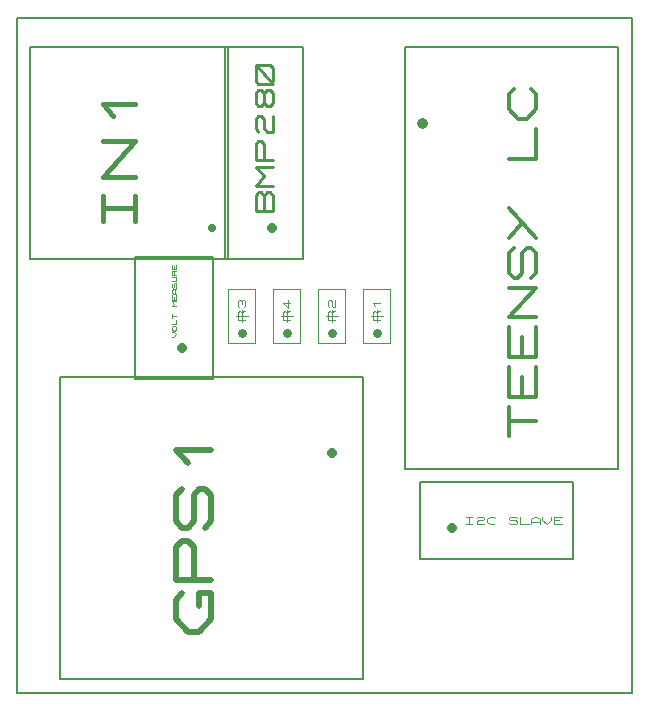
<source format=gbr>
G04 PROTEUS GERBER X2 FILE*
%TF.GenerationSoftware,Labcenter,Proteus,8.13-SP0-Build31525*%
%TF.CreationDate,2022-02-01T17:21:53+00:00*%
%TF.FileFunction,AssemblyDrawing,Top*%
%TF.FilePolarity,Positive*%
%TF.Part,Single*%
%TF.SameCoordinates,{1f8d9942-98d1-49a5-8421-286161f785e5}*%
%FSLAX45Y45*%
%MOMM*%
G01*
%TA.AperFunction,Material*%
%ADD18C,0.203200*%
%ADD25C,0.812800*%
%ADD26C,0.057750*%
%ADD27C,0.050000*%
%ADD28C,0.721360*%
%ADD29C,0.107030*%
%ADD72C,0.914400*%
%ADD73C,0.373140*%
%ADD30C,0.240240*%
%ADD31C,0.104670*%
%ADD32C,0.491060*%
%ADD33C,0.711200*%
%ADD34C,0.463290*%
%TA.AperFunction,Profile*%
%ADD17C,0.203200*%
%TD.AperFunction*%
D18*
X-12710160Y+243840D02*
X-12054840Y+243840D01*
X-12054840Y+1280160D01*
X-12710160Y+1280160D01*
X-12710160Y+243840D01*
D25*
X-12319000Y+508000D02*
X-12319000Y+508000D01*
D26*
X-12399826Y+602532D02*
X-12382500Y+602532D01*
X-12365173Y+622023D01*
X-12382500Y+641515D01*
X-12399826Y+641515D01*
X-12388275Y+654510D02*
X-12399826Y+667504D01*
X-12399826Y+680499D01*
X-12388275Y+693493D01*
X-12376724Y+693493D01*
X-12365173Y+680499D01*
X-12365173Y+667504D01*
X-12376724Y+654510D01*
X-12388275Y+654510D01*
X-12399826Y+706488D02*
X-12365173Y+706488D01*
X-12365173Y+745471D01*
X-12399826Y+758466D02*
X-12399826Y+797449D01*
X-12399826Y+777957D02*
X-12365173Y+777957D01*
X-12365173Y+862422D02*
X-12399826Y+862422D01*
X-12382500Y+881913D01*
X-12399826Y+901405D01*
X-12365173Y+901405D01*
X-12365173Y+953383D02*
X-12365173Y+914400D01*
X-12399826Y+914400D01*
X-12399826Y+953383D01*
X-12382500Y+914400D02*
X-12382500Y+940389D01*
X-12365173Y+966378D02*
X-12388275Y+966378D01*
X-12399826Y+979372D01*
X-12399826Y+992367D01*
X-12388275Y+1005361D01*
X-12365173Y+1005361D01*
X-12376724Y+966378D02*
X-12376724Y+1005361D01*
X-12370949Y+1018356D02*
X-12365173Y+1024853D01*
X-12365173Y+1050842D01*
X-12370949Y+1057339D01*
X-12376724Y+1057339D01*
X-12382500Y+1050842D01*
X-12382500Y+1024853D01*
X-12388275Y+1018356D01*
X-12394050Y+1018356D01*
X-12399826Y+1024853D01*
X-12399826Y+1050842D01*
X-12394050Y+1057339D01*
X-12399826Y+1070334D02*
X-12370949Y+1070334D01*
X-12365173Y+1076831D01*
X-12365173Y+1102820D01*
X-12370949Y+1109317D01*
X-12399826Y+1109317D01*
X-12365173Y+1122312D02*
X-12399826Y+1122312D01*
X-12399826Y+1154798D01*
X-12394050Y+1161295D01*
X-12388275Y+1161295D01*
X-12382500Y+1154798D01*
X-12382500Y+1122312D01*
X-12382500Y+1154798D02*
X-12376724Y+1161295D01*
X-12365173Y+1161295D01*
X-12365173Y+1213273D02*
X-12365173Y+1174290D01*
X-12399826Y+1174290D01*
X-12399826Y+1213273D01*
X-12382500Y+1174290D02*
X-12382500Y+1200279D01*
D27*
X-11315000Y+550000D02*
X-11315000Y+1010000D01*
X-11545000Y+1010000D01*
X-11545000Y+550000D01*
X-11315000Y+550000D01*
X-11480000Y+780000D02*
X-11380000Y+780000D01*
X-11430000Y+830000D02*
X-11430000Y+730000D01*
D28*
X-11430000Y+635000D02*
X-11430000Y+635000D01*
D29*
X-11397889Y+745451D02*
X-11462111Y+745451D01*
X-11462111Y+805659D01*
X-11451407Y+817700D01*
X-11440704Y+817700D01*
X-11430000Y+805659D01*
X-11430000Y+745451D01*
X-11430000Y+805659D02*
X-11419296Y+817700D01*
X-11397889Y+817700D01*
X-11419296Y+914033D02*
X-11419296Y+841784D01*
X-11462111Y+889950D01*
X-11397889Y+889950D01*
D27*
X-10934000Y+550000D02*
X-10934000Y+1010000D01*
X-11164000Y+1010000D01*
X-11164000Y+550000D01*
X-10934000Y+550000D01*
X-11099000Y+780000D02*
X-10999000Y+780000D01*
X-11049000Y+830000D02*
X-11049000Y+730000D01*
D28*
X-11049000Y+635000D02*
X-11049000Y+635000D01*
D29*
X-11016889Y+745451D02*
X-11081111Y+745451D01*
X-11081111Y+805659D01*
X-11070407Y+817700D01*
X-11059704Y+817700D01*
X-11049000Y+805659D01*
X-11049000Y+745451D01*
X-11049000Y+805659D02*
X-11038296Y+817700D01*
X-11016889Y+817700D01*
X-11070407Y+853825D02*
X-11081111Y+865867D01*
X-11081111Y+901992D01*
X-11070407Y+914033D01*
X-11059704Y+914033D01*
X-11049000Y+901992D01*
X-11049000Y+865867D01*
X-11038296Y+853825D01*
X-11016889Y+853825D01*
X-11016889Y+914033D01*
D18*
X-10424160Y-518160D02*
X-8625840Y-518160D01*
X-8625840Y+3058160D01*
X-10424160Y+3058160D01*
X-10424160Y-518160D01*
D72*
X-10287000Y+2413000D02*
X-10287000Y+2413000D01*
D73*
X-9545505Y-241253D02*
X-9545505Y+10622D01*
X-9545505Y-115316D02*
X-9321615Y-115316D01*
X-9321615Y+346456D02*
X-9321615Y+94581D01*
X-9545505Y+94581D01*
X-9545505Y+346456D01*
X-9433560Y+94581D02*
X-9433560Y+262498D01*
X-9321615Y+682290D02*
X-9321615Y+430415D01*
X-9545505Y+430415D01*
X-9545505Y+682290D01*
X-9433560Y+430415D02*
X-9433560Y+598332D01*
X-9321615Y+766249D02*
X-9545505Y+766249D01*
X-9321615Y+1018124D01*
X-9545505Y+1018124D01*
X-9358930Y+1102083D02*
X-9321615Y+1144062D01*
X-9321615Y+1311979D01*
X-9358930Y+1353958D01*
X-9396245Y+1353958D01*
X-9433560Y+1311979D01*
X-9433560Y+1144062D01*
X-9470875Y+1102083D01*
X-9508190Y+1102083D01*
X-9545505Y+1144062D01*
X-9545505Y+1311979D01*
X-9508190Y+1353958D01*
X-9545505Y+1689792D02*
X-9321615Y+1437917D01*
X-9545505Y+1437917D02*
X-9433560Y+1563854D01*
X-9545505Y+2109585D02*
X-9321615Y+2109585D01*
X-9321615Y+2361460D01*
X-9358930Y+2697294D02*
X-9321615Y+2655315D01*
X-9321615Y+2529377D01*
X-9396245Y+2445419D01*
X-9470875Y+2445419D01*
X-9545505Y+2529377D01*
X-9545505Y+2655315D01*
X-9508190Y+2697294D01*
D18*
X-11948160Y+1259840D02*
X-11292840Y+1259840D01*
X-11292840Y+3058160D01*
X-11948160Y+3058160D01*
X-11948160Y+1259840D01*
D25*
X-11557000Y+1524000D02*
X-11557000Y+1524000D01*
D30*
X-11548428Y+1662752D02*
X-11692572Y+1662752D01*
X-11692572Y+1797887D01*
X-11668548Y+1824914D01*
X-11644524Y+1824914D01*
X-11620500Y+1797887D01*
X-11596476Y+1824914D01*
X-11572452Y+1824914D01*
X-11548428Y+1797887D01*
X-11548428Y+1662752D01*
X-11620500Y+1662752D02*
X-11620500Y+1797887D01*
X-11548428Y+1878968D02*
X-11692572Y+1878968D01*
X-11620500Y+1960049D01*
X-11692572Y+2041130D01*
X-11548428Y+2041130D01*
X-11548428Y+2095184D02*
X-11692572Y+2095184D01*
X-11692572Y+2230319D01*
X-11668548Y+2257346D01*
X-11644524Y+2257346D01*
X-11620500Y+2230319D01*
X-11620500Y+2095184D01*
X-11668548Y+2338427D02*
X-11692572Y+2365454D01*
X-11692572Y+2446535D01*
X-11668548Y+2473562D01*
X-11644524Y+2473562D01*
X-11620500Y+2446535D01*
X-11620500Y+2365454D01*
X-11596476Y+2338427D01*
X-11548428Y+2338427D01*
X-11548428Y+2473562D01*
X-11620500Y+2581670D02*
X-11644524Y+2554643D01*
X-11668548Y+2554643D01*
X-11692572Y+2581670D01*
X-11692572Y+2662751D01*
X-11668548Y+2689778D01*
X-11644524Y+2689778D01*
X-11620500Y+2662751D01*
X-11620500Y+2581670D01*
X-11596476Y+2554643D01*
X-11572452Y+2554643D01*
X-11548428Y+2581670D01*
X-11548428Y+2662751D01*
X-11572452Y+2689778D01*
X-11596476Y+2689778D01*
X-11620500Y+2662751D01*
X-11572452Y+2743832D02*
X-11668548Y+2743832D01*
X-11692572Y+2770859D01*
X-11692572Y+2878967D01*
X-11668548Y+2905994D01*
X-11572452Y+2905994D01*
X-11548428Y+2878967D01*
X-11548428Y+2770859D01*
X-11572452Y+2743832D01*
X-11548428Y+2743832D02*
X-11692572Y+2905994D01*
D18*
X-10297160Y-1280160D02*
X-9006840Y-1280160D01*
X-9006840Y-624840D01*
X-10297160Y-624840D01*
X-10297160Y-1280160D01*
D25*
X-10033000Y-1016000D02*
X-10033000Y-1016000D01*
D31*
X-9911769Y-921097D02*
X-9864664Y-921097D01*
X-9888217Y-921097D02*
X-9888217Y-983904D01*
X-9911769Y-983904D02*
X-9864664Y-983904D01*
X-9817559Y-931565D02*
X-9805783Y-921097D01*
X-9770454Y-921097D01*
X-9758678Y-931565D01*
X-9758678Y-942033D01*
X-9770454Y-952500D01*
X-9805783Y-952500D01*
X-9817559Y-962968D01*
X-9817559Y-983904D01*
X-9758678Y-983904D01*
X-9664468Y-973436D02*
X-9676244Y-983904D01*
X-9711573Y-983904D01*
X-9735125Y-962968D01*
X-9735125Y-942033D01*
X-9711573Y-921097D01*
X-9676244Y-921097D01*
X-9664468Y-931565D01*
X-9546705Y-973436D02*
X-9534929Y-983904D01*
X-9487824Y-983904D01*
X-9476048Y-973436D01*
X-9476048Y-962968D01*
X-9487824Y-952500D01*
X-9534929Y-952500D01*
X-9546705Y-942033D01*
X-9546705Y-931565D01*
X-9534929Y-921097D01*
X-9487824Y-921097D01*
X-9476048Y-931565D01*
X-9452495Y-921097D02*
X-9452495Y-983904D01*
X-9381838Y-983904D01*
X-9358285Y-983904D02*
X-9358285Y-942033D01*
X-9334733Y-921097D01*
X-9311180Y-921097D01*
X-9287628Y-942033D01*
X-9287628Y-983904D01*
X-9358285Y-962968D02*
X-9287628Y-962968D01*
X-9264075Y-921097D02*
X-9264075Y-952500D01*
X-9228747Y-983904D01*
X-9193418Y-952500D01*
X-9193418Y-921097D01*
X-9099208Y-983904D02*
X-9169865Y-983904D01*
X-9169865Y-921097D01*
X-9099208Y-921097D01*
X-9169865Y-952500D02*
X-9122760Y-952500D01*
D27*
X-10553000Y+550000D02*
X-10553000Y+1010000D01*
X-10783000Y+1010000D01*
X-10783000Y+550000D01*
X-10553000Y+550000D01*
X-10718000Y+780000D02*
X-10618000Y+780000D01*
X-10668000Y+830000D02*
X-10668000Y+730000D01*
D28*
X-10668000Y+635000D02*
X-10668000Y+635000D01*
D29*
X-10635889Y+745451D02*
X-10700111Y+745451D01*
X-10700111Y+805659D01*
X-10689407Y+817700D01*
X-10678704Y+817700D01*
X-10668000Y+805659D01*
X-10668000Y+745451D01*
X-10668000Y+805659D02*
X-10657296Y+817700D01*
X-10635889Y+817700D01*
X-10678704Y+865867D02*
X-10700111Y+889950D01*
X-10635889Y+889950D01*
D18*
X-13345160Y-2296160D02*
X-10784840Y-2296160D01*
X-10784840Y+264160D01*
X-13345160Y+264160D01*
X-13345160Y-2296160D01*
D25*
X-11049000Y-381000D02*
X-11049000Y-381000D01*
D32*
X-12168293Y-1678940D02*
X-12168293Y-1568450D01*
X-12070080Y-1568450D01*
X-12070080Y-1789430D01*
X-12168293Y-1899920D01*
X-12266507Y-1899920D01*
X-12364720Y-1789430D01*
X-12364720Y-1623695D01*
X-12315613Y-1568450D01*
X-12070080Y-1457960D02*
X-12364720Y-1457960D01*
X-12364720Y-1181735D01*
X-12315613Y-1126490D01*
X-12266507Y-1126490D01*
X-12217400Y-1181735D01*
X-12217400Y-1457960D01*
X-12119187Y-1016000D02*
X-12070080Y-960755D01*
X-12070080Y-739775D01*
X-12119187Y-684530D01*
X-12168293Y-684530D01*
X-12217400Y-739775D01*
X-12217400Y-960755D01*
X-12266507Y-1016000D01*
X-12315613Y-1016000D01*
X-12364720Y-960755D01*
X-12364720Y-739775D01*
X-12315613Y-684530D01*
X-12266507Y-463550D02*
X-12364720Y-353060D01*
X-12070080Y-353060D01*
D27*
X-11696000Y+550000D02*
X-11696000Y+1010000D01*
X-11926000Y+1010000D01*
X-11926000Y+550000D01*
X-11696000Y+550000D01*
X-11861000Y+780000D02*
X-11761000Y+780000D01*
X-11811000Y+830000D02*
X-11811000Y+730000D01*
D28*
X-11811000Y+635000D02*
X-11811000Y+635000D01*
D29*
X-11778889Y+745451D02*
X-11843111Y+745451D01*
X-11843111Y+805659D01*
X-11832407Y+817700D01*
X-11821704Y+817700D01*
X-11811000Y+805659D01*
X-11811000Y+745451D01*
X-11811000Y+805659D02*
X-11800296Y+817700D01*
X-11778889Y+817700D01*
X-11832407Y+853825D02*
X-11843111Y+865867D01*
X-11843111Y+901992D01*
X-11832407Y+914033D01*
X-11821704Y+914033D01*
X-11811000Y+901992D01*
X-11800296Y+914033D01*
X-11789593Y+914033D01*
X-11778889Y+901992D01*
X-11778889Y+865867D01*
X-11789593Y+853825D01*
X-11811000Y+877908D02*
X-11811000Y+901992D01*
D18*
X-13599160Y+1259840D02*
X-11927840Y+1259840D01*
X-11927840Y+3058160D01*
X-13599160Y+3058160D01*
X-13599160Y+1259840D01*
D33*
X-12065000Y+1524000D02*
X-12065000Y+1524000D01*
D34*
X-12988848Y+1585671D02*
X-12988848Y+1794154D01*
X-12988848Y+1689913D02*
X-12710871Y+1689913D01*
X-12710871Y+1585671D02*
X-12710871Y+1794154D01*
X-12710871Y+1950517D02*
X-12988848Y+1950517D01*
X-12710871Y+2263241D01*
X-12988848Y+2263241D01*
X-12896189Y+2471724D02*
X-12988848Y+2575966D01*
X-12710871Y+2575966D01*
D17*
X-13716000Y-2413000D02*
X-8509000Y-2413000D01*
X-8509000Y+3302000D01*
X-13716000Y+3302000D01*
X-13716000Y-2413000D01*
M02*

</source>
